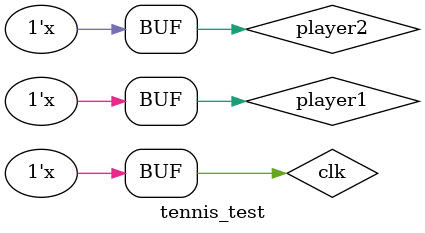
<source format=v>
`timescale 1ns / 1ps


module tennis_test();
reg rst;
reg player1;
reg player2;
reg clk;
wire [15:0] ball;
wire [7:0] AN_Out;
wire [6:0] C_Out;
wire [6:0] p1_display;
wire [6:0] p2_display;
wire p1_out;

tennis_main tennis_main1(.ball(ball),.clk(clk),.player1(player1),.player2(player2),.rst(rst),.AN_Out(AN_Out),.C_Out(C_Out),.p1_display(p1_display),.p2_display(p2_display));
debouncer debouncer1(.clk(clk),.PB(player1),.clean(p1_out));

initial begin
clk = 1;
end
always begin
#1 clk = ~clk;
end 

initial begin
player1 = 10;
end
always begin
#5 player1 = ~player1;
end 

initial begin
player2 = 10;
end
always begin
#7 player2 = ~player2;
end 


endmodule

</source>
